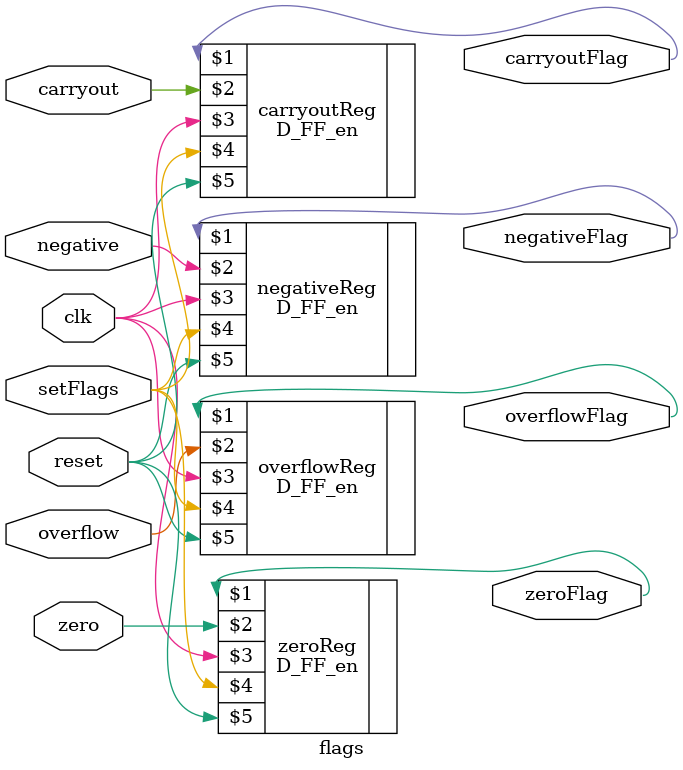
<source format=sv>
module flags(zero, negative, overflow, carryout, setFlags, clk, reset, zeroFlag, negativeFlag, overflowFlag, carryoutFlag);
	input logic zero, negative, overflow, carryout;
	input logic setFlags, clk, reset;
	output logic zeroFlag, negativeFlag, overflowFlag, carryoutFlag;
	
	D_FF_en zeroReg (zeroFlag, zero, clk, setFlags, reset);
	D_FF_en negativeReg (negativeFlag, negative, clk, setFlags, reset);
	D_FF_en overflowReg (overflowFlag, overflow, clk, setFlags, reset);
	D_FF_en carryoutReg (carryoutFlag, carryout, clk, setFlags, reset);

endmodule
</source>
